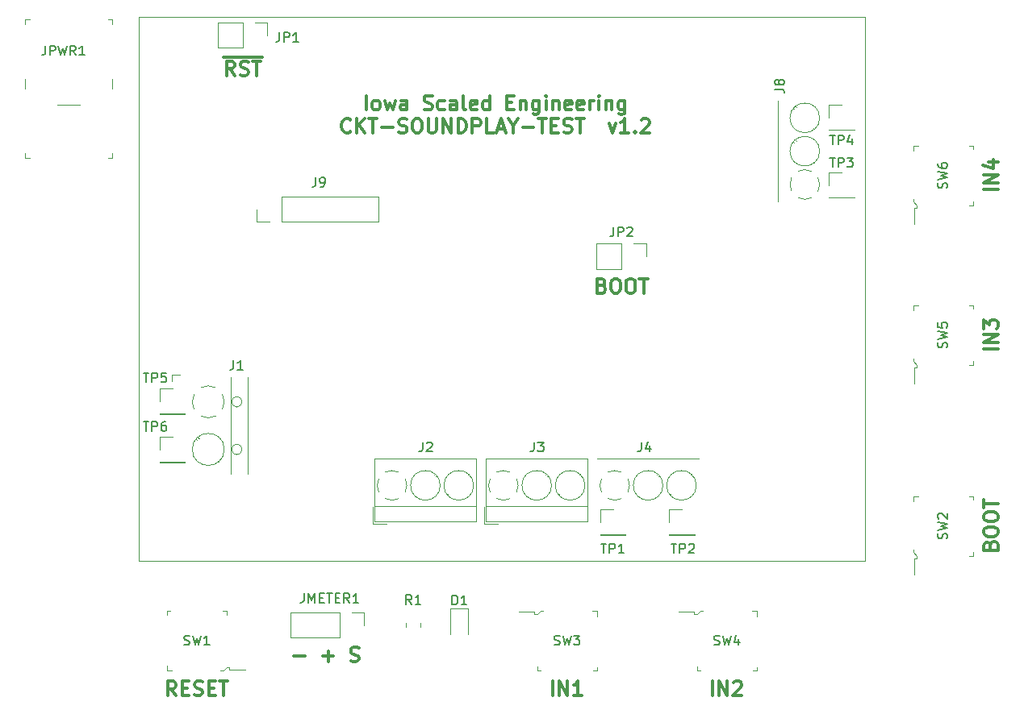
<source format=gto>
G04 #@! TF.GenerationSoftware,KiCad,Pcbnew,6.0.2+dfsg-1*
G04 #@! TF.CreationDate,2023-08-12T13:44:09-06:00*
G04 #@! TF.ProjectId,ckt-soundplay-test,636b742d-736f-4756-9e64-706c61792d74,rev?*
G04 #@! TF.SameCoordinates,Original*
G04 #@! TF.FileFunction,Legend,Top*
G04 #@! TF.FilePolarity,Positive*
%FSLAX46Y46*%
G04 Gerber Fmt 4.6, Leading zero omitted, Abs format (unit mm)*
G04 Created by KiCad (PCBNEW 6.0.2+dfsg-1) date 2023-08-12 13:44:09*
%MOMM*%
%LPD*%
G01*
G04 APERTURE LIST*
%ADD10C,0.100000*%
%ADD11C,0.300000*%
%ADD12C,0.150000*%
%ADD13C,0.120000*%
G04 APERTURE END LIST*
D10*
X101600000Y-44450000D02*
X177800000Y-44450000D01*
X177800000Y-44450000D02*
X177800000Y-101600000D01*
X177800000Y-101600000D02*
X101600000Y-101600000D01*
X101600000Y-101600000D02*
X101600000Y-44450000D01*
D11*
X150237285Y-72663857D02*
X150451571Y-72735285D01*
X150523000Y-72806714D01*
X150594428Y-72949571D01*
X150594428Y-73163857D01*
X150523000Y-73306714D01*
X150451571Y-73378142D01*
X150308714Y-73449571D01*
X149737285Y-73449571D01*
X149737285Y-71949571D01*
X150237285Y-71949571D01*
X150380142Y-72021000D01*
X150451571Y-72092428D01*
X150523000Y-72235285D01*
X150523000Y-72378142D01*
X150451571Y-72521000D01*
X150380142Y-72592428D01*
X150237285Y-72663857D01*
X149737285Y-72663857D01*
X151523000Y-71949571D02*
X151808714Y-71949571D01*
X151951571Y-72021000D01*
X152094428Y-72163857D01*
X152165857Y-72449571D01*
X152165857Y-72949571D01*
X152094428Y-73235285D01*
X151951571Y-73378142D01*
X151808714Y-73449571D01*
X151523000Y-73449571D01*
X151380142Y-73378142D01*
X151237285Y-73235285D01*
X151165857Y-72949571D01*
X151165857Y-72449571D01*
X151237285Y-72163857D01*
X151380142Y-72021000D01*
X151523000Y-71949571D01*
X153094428Y-71949571D02*
X153380142Y-71949571D01*
X153523000Y-72021000D01*
X153665857Y-72163857D01*
X153737285Y-72449571D01*
X153737285Y-72949571D01*
X153665857Y-73235285D01*
X153523000Y-73378142D01*
X153380142Y-73449571D01*
X153094428Y-73449571D01*
X152951571Y-73378142D01*
X152808714Y-73235285D01*
X152737285Y-72949571D01*
X152737285Y-72449571D01*
X152808714Y-72163857D01*
X152951571Y-72021000D01*
X153094428Y-71949571D01*
X154165857Y-71949571D02*
X155023000Y-71949571D01*
X154594428Y-73449571D02*
X154594428Y-71949571D01*
X145058000Y-115740571D02*
X145058000Y-114240571D01*
X145772285Y-115740571D02*
X145772285Y-114240571D01*
X146629428Y-115740571D01*
X146629428Y-114240571D01*
X148129428Y-115740571D02*
X147272285Y-115740571D01*
X147700857Y-115740571D02*
X147700857Y-114240571D01*
X147558000Y-114454857D01*
X147415142Y-114597714D01*
X147272285Y-114669142D01*
X191777571Y-62587000D02*
X190277571Y-62587000D01*
X191777571Y-61872714D02*
X190277571Y-61872714D01*
X191777571Y-61015571D01*
X190277571Y-61015571D01*
X190777571Y-59658428D02*
X191777571Y-59658428D01*
X190206142Y-60015571D02*
X191277571Y-60372714D01*
X191277571Y-59444142D01*
X125493571Y-54208071D02*
X125493571Y-52708071D01*
X126422142Y-54208071D02*
X126279285Y-54136642D01*
X126207857Y-54065214D01*
X126136428Y-53922357D01*
X126136428Y-53493785D01*
X126207857Y-53350928D01*
X126279285Y-53279500D01*
X126422142Y-53208071D01*
X126636428Y-53208071D01*
X126779285Y-53279500D01*
X126850714Y-53350928D01*
X126922142Y-53493785D01*
X126922142Y-53922357D01*
X126850714Y-54065214D01*
X126779285Y-54136642D01*
X126636428Y-54208071D01*
X126422142Y-54208071D01*
X127422142Y-53208071D02*
X127707857Y-54208071D01*
X127993571Y-53493785D01*
X128279285Y-54208071D01*
X128565000Y-53208071D01*
X129779285Y-54208071D02*
X129779285Y-53422357D01*
X129707857Y-53279500D01*
X129565000Y-53208071D01*
X129279285Y-53208071D01*
X129136428Y-53279500D01*
X129779285Y-54136642D02*
X129636428Y-54208071D01*
X129279285Y-54208071D01*
X129136428Y-54136642D01*
X129065000Y-53993785D01*
X129065000Y-53850928D01*
X129136428Y-53708071D01*
X129279285Y-53636642D01*
X129636428Y-53636642D01*
X129779285Y-53565214D01*
X131565000Y-54136642D02*
X131779285Y-54208071D01*
X132136428Y-54208071D01*
X132279285Y-54136642D01*
X132350714Y-54065214D01*
X132422142Y-53922357D01*
X132422142Y-53779500D01*
X132350714Y-53636642D01*
X132279285Y-53565214D01*
X132136428Y-53493785D01*
X131850714Y-53422357D01*
X131707857Y-53350928D01*
X131636428Y-53279500D01*
X131565000Y-53136642D01*
X131565000Y-52993785D01*
X131636428Y-52850928D01*
X131707857Y-52779500D01*
X131850714Y-52708071D01*
X132207857Y-52708071D01*
X132422142Y-52779500D01*
X133707857Y-54136642D02*
X133565000Y-54208071D01*
X133279285Y-54208071D01*
X133136428Y-54136642D01*
X133065000Y-54065214D01*
X132993571Y-53922357D01*
X132993571Y-53493785D01*
X133065000Y-53350928D01*
X133136428Y-53279500D01*
X133279285Y-53208071D01*
X133565000Y-53208071D01*
X133707857Y-53279500D01*
X134993571Y-54208071D02*
X134993571Y-53422357D01*
X134922142Y-53279500D01*
X134779285Y-53208071D01*
X134493571Y-53208071D01*
X134350714Y-53279500D01*
X134993571Y-54136642D02*
X134850714Y-54208071D01*
X134493571Y-54208071D01*
X134350714Y-54136642D01*
X134279285Y-53993785D01*
X134279285Y-53850928D01*
X134350714Y-53708071D01*
X134493571Y-53636642D01*
X134850714Y-53636642D01*
X134993571Y-53565214D01*
X135922142Y-54208071D02*
X135779285Y-54136642D01*
X135707857Y-53993785D01*
X135707857Y-52708071D01*
X137065000Y-54136642D02*
X136922142Y-54208071D01*
X136636428Y-54208071D01*
X136493571Y-54136642D01*
X136422142Y-53993785D01*
X136422142Y-53422357D01*
X136493571Y-53279500D01*
X136636428Y-53208071D01*
X136922142Y-53208071D01*
X137065000Y-53279500D01*
X137136428Y-53422357D01*
X137136428Y-53565214D01*
X136422142Y-53708071D01*
X138422142Y-54208071D02*
X138422142Y-52708071D01*
X138422142Y-54136642D02*
X138279285Y-54208071D01*
X137993571Y-54208071D01*
X137850714Y-54136642D01*
X137779285Y-54065214D01*
X137707857Y-53922357D01*
X137707857Y-53493785D01*
X137779285Y-53350928D01*
X137850714Y-53279500D01*
X137993571Y-53208071D01*
X138279285Y-53208071D01*
X138422142Y-53279500D01*
X140279285Y-53422357D02*
X140779285Y-53422357D01*
X140993571Y-54208071D02*
X140279285Y-54208071D01*
X140279285Y-52708071D01*
X140993571Y-52708071D01*
X141636428Y-53208071D02*
X141636428Y-54208071D01*
X141636428Y-53350928D02*
X141707857Y-53279500D01*
X141850714Y-53208071D01*
X142065000Y-53208071D01*
X142207857Y-53279500D01*
X142279285Y-53422357D01*
X142279285Y-54208071D01*
X143636428Y-53208071D02*
X143636428Y-54422357D01*
X143565000Y-54565214D01*
X143493571Y-54636642D01*
X143350714Y-54708071D01*
X143136428Y-54708071D01*
X142993571Y-54636642D01*
X143636428Y-54136642D02*
X143493571Y-54208071D01*
X143207857Y-54208071D01*
X143065000Y-54136642D01*
X142993571Y-54065214D01*
X142922142Y-53922357D01*
X142922142Y-53493785D01*
X142993571Y-53350928D01*
X143065000Y-53279500D01*
X143207857Y-53208071D01*
X143493571Y-53208071D01*
X143636428Y-53279500D01*
X144350714Y-54208071D02*
X144350714Y-53208071D01*
X144350714Y-52708071D02*
X144279285Y-52779500D01*
X144350714Y-52850928D01*
X144422142Y-52779500D01*
X144350714Y-52708071D01*
X144350714Y-52850928D01*
X145065000Y-53208071D02*
X145065000Y-54208071D01*
X145065000Y-53350928D02*
X145136428Y-53279500D01*
X145279285Y-53208071D01*
X145493571Y-53208071D01*
X145636428Y-53279500D01*
X145707857Y-53422357D01*
X145707857Y-54208071D01*
X146993571Y-54136642D02*
X146850714Y-54208071D01*
X146565000Y-54208071D01*
X146422142Y-54136642D01*
X146350714Y-53993785D01*
X146350714Y-53422357D01*
X146422142Y-53279500D01*
X146565000Y-53208071D01*
X146850714Y-53208071D01*
X146993571Y-53279500D01*
X147065000Y-53422357D01*
X147065000Y-53565214D01*
X146350714Y-53708071D01*
X148279285Y-54136642D02*
X148136428Y-54208071D01*
X147850714Y-54208071D01*
X147707857Y-54136642D01*
X147636428Y-53993785D01*
X147636428Y-53422357D01*
X147707857Y-53279500D01*
X147850714Y-53208071D01*
X148136428Y-53208071D01*
X148279285Y-53279500D01*
X148350714Y-53422357D01*
X148350714Y-53565214D01*
X147636428Y-53708071D01*
X148993571Y-54208071D02*
X148993571Y-53208071D01*
X148993571Y-53493785D02*
X149065000Y-53350928D01*
X149136428Y-53279500D01*
X149279285Y-53208071D01*
X149422142Y-53208071D01*
X149922142Y-54208071D02*
X149922142Y-53208071D01*
X149922142Y-52708071D02*
X149850714Y-52779500D01*
X149922142Y-52850928D01*
X149993571Y-52779500D01*
X149922142Y-52708071D01*
X149922142Y-52850928D01*
X150636428Y-53208071D02*
X150636428Y-54208071D01*
X150636428Y-53350928D02*
X150707857Y-53279500D01*
X150850714Y-53208071D01*
X151065000Y-53208071D01*
X151207857Y-53279500D01*
X151279285Y-53422357D01*
X151279285Y-54208071D01*
X152636428Y-53208071D02*
X152636428Y-54422357D01*
X152565000Y-54565214D01*
X152493571Y-54636642D01*
X152350714Y-54708071D01*
X152136428Y-54708071D01*
X151993571Y-54636642D01*
X152636428Y-54136642D02*
X152493571Y-54208071D01*
X152207857Y-54208071D01*
X152065000Y-54136642D01*
X151993571Y-54065214D01*
X151922142Y-53922357D01*
X151922142Y-53493785D01*
X151993571Y-53350928D01*
X152065000Y-53279500D01*
X152207857Y-53208071D01*
X152493571Y-53208071D01*
X152636428Y-53279500D01*
X123850714Y-56480214D02*
X123779285Y-56551642D01*
X123565000Y-56623071D01*
X123422142Y-56623071D01*
X123207857Y-56551642D01*
X123065000Y-56408785D01*
X122993571Y-56265928D01*
X122922142Y-55980214D01*
X122922142Y-55765928D01*
X122993571Y-55480214D01*
X123065000Y-55337357D01*
X123207857Y-55194500D01*
X123422142Y-55123071D01*
X123565000Y-55123071D01*
X123779285Y-55194500D01*
X123850714Y-55265928D01*
X124493571Y-56623071D02*
X124493571Y-55123071D01*
X125350714Y-56623071D02*
X124707857Y-55765928D01*
X125350714Y-55123071D02*
X124493571Y-55980214D01*
X125779285Y-55123071D02*
X126636428Y-55123071D01*
X126207857Y-56623071D02*
X126207857Y-55123071D01*
X127136428Y-56051642D02*
X128279285Y-56051642D01*
X128922142Y-56551642D02*
X129136428Y-56623071D01*
X129493571Y-56623071D01*
X129636428Y-56551642D01*
X129707857Y-56480214D01*
X129779285Y-56337357D01*
X129779285Y-56194500D01*
X129707857Y-56051642D01*
X129636428Y-55980214D01*
X129493571Y-55908785D01*
X129207857Y-55837357D01*
X129065000Y-55765928D01*
X128993571Y-55694500D01*
X128922142Y-55551642D01*
X128922142Y-55408785D01*
X128993571Y-55265928D01*
X129065000Y-55194500D01*
X129207857Y-55123071D01*
X129565000Y-55123071D01*
X129779285Y-55194500D01*
X130707857Y-55123071D02*
X130993571Y-55123071D01*
X131136428Y-55194500D01*
X131279285Y-55337357D01*
X131350714Y-55623071D01*
X131350714Y-56123071D01*
X131279285Y-56408785D01*
X131136428Y-56551642D01*
X130993571Y-56623071D01*
X130707857Y-56623071D01*
X130565000Y-56551642D01*
X130422142Y-56408785D01*
X130350714Y-56123071D01*
X130350714Y-55623071D01*
X130422142Y-55337357D01*
X130565000Y-55194500D01*
X130707857Y-55123071D01*
X131993571Y-55123071D02*
X131993571Y-56337357D01*
X132065000Y-56480214D01*
X132136428Y-56551642D01*
X132279285Y-56623071D01*
X132565000Y-56623071D01*
X132707857Y-56551642D01*
X132779285Y-56480214D01*
X132850714Y-56337357D01*
X132850714Y-55123071D01*
X133565000Y-56623071D02*
X133565000Y-55123071D01*
X134422142Y-56623071D01*
X134422142Y-55123071D01*
X135136428Y-56623071D02*
X135136428Y-55123071D01*
X135493571Y-55123071D01*
X135707857Y-55194500D01*
X135850714Y-55337357D01*
X135922142Y-55480214D01*
X135993571Y-55765928D01*
X135993571Y-55980214D01*
X135922142Y-56265928D01*
X135850714Y-56408785D01*
X135707857Y-56551642D01*
X135493571Y-56623071D01*
X135136428Y-56623071D01*
X136636428Y-56623071D02*
X136636428Y-55123071D01*
X137207857Y-55123071D01*
X137350714Y-55194500D01*
X137422142Y-55265928D01*
X137493571Y-55408785D01*
X137493571Y-55623071D01*
X137422142Y-55765928D01*
X137350714Y-55837357D01*
X137207857Y-55908785D01*
X136636428Y-55908785D01*
X138850714Y-56623071D02*
X138136428Y-56623071D01*
X138136428Y-55123071D01*
X139279285Y-56194500D02*
X139993571Y-56194500D01*
X139136428Y-56623071D02*
X139636428Y-55123071D01*
X140136428Y-56623071D01*
X140922142Y-55908785D02*
X140922142Y-56623071D01*
X140422142Y-55123071D02*
X140922142Y-55908785D01*
X141422142Y-55123071D01*
X141922142Y-56051642D02*
X143065000Y-56051642D01*
X143565000Y-55123071D02*
X144422142Y-55123071D01*
X143993571Y-56623071D02*
X143993571Y-55123071D01*
X144922142Y-55837357D02*
X145422142Y-55837357D01*
X145636428Y-56623071D02*
X144922142Y-56623071D01*
X144922142Y-55123071D01*
X145636428Y-55123071D01*
X146207857Y-56551642D02*
X146422142Y-56623071D01*
X146779285Y-56623071D01*
X146922142Y-56551642D01*
X146993571Y-56480214D01*
X147065000Y-56337357D01*
X147065000Y-56194500D01*
X146993571Y-56051642D01*
X146922142Y-55980214D01*
X146779285Y-55908785D01*
X146493571Y-55837357D01*
X146350714Y-55765928D01*
X146279285Y-55694500D01*
X146207857Y-55551642D01*
X146207857Y-55408785D01*
X146279285Y-55265928D01*
X146350714Y-55194500D01*
X146493571Y-55123071D01*
X146850714Y-55123071D01*
X147065000Y-55194500D01*
X147493571Y-55123071D02*
X148350714Y-55123071D01*
X147922142Y-56623071D02*
X147922142Y-55123071D01*
X150993571Y-55623071D02*
X151350714Y-56623071D01*
X151707857Y-55623071D01*
X153065000Y-56623071D02*
X152207857Y-56623071D01*
X152636428Y-56623071D02*
X152636428Y-55123071D01*
X152493571Y-55337357D01*
X152350714Y-55480214D01*
X152207857Y-55551642D01*
X153707857Y-56480214D02*
X153779285Y-56551642D01*
X153707857Y-56623071D01*
X153636428Y-56551642D01*
X153707857Y-56480214D01*
X153707857Y-56623071D01*
X154350714Y-55265928D02*
X154422142Y-55194500D01*
X154565000Y-55123071D01*
X154922142Y-55123071D01*
X155065000Y-55194500D01*
X155136428Y-55265928D01*
X155207857Y-55408785D01*
X155207857Y-55551642D01*
X155136428Y-55765928D01*
X154279285Y-56623071D01*
X155207857Y-56623071D01*
X117927857Y-111613142D02*
X119070714Y-111613142D01*
X120927857Y-111613142D02*
X122070714Y-111613142D01*
X121499285Y-112184571D02*
X121499285Y-111041714D01*
X123856428Y-112113142D02*
X124070714Y-112184571D01*
X124427857Y-112184571D01*
X124570714Y-112113142D01*
X124642142Y-112041714D01*
X124713571Y-111898857D01*
X124713571Y-111756000D01*
X124642142Y-111613142D01*
X124570714Y-111541714D01*
X124427857Y-111470285D01*
X124142142Y-111398857D01*
X123999285Y-111327428D01*
X123927857Y-111256000D01*
X123856428Y-111113142D01*
X123856428Y-110970285D01*
X123927857Y-110827428D01*
X123999285Y-110756000D01*
X124142142Y-110684571D01*
X124499285Y-110684571D01*
X124713571Y-110756000D01*
X190991857Y-99952714D02*
X191063285Y-99738428D01*
X191134714Y-99667000D01*
X191277571Y-99595571D01*
X191491857Y-99595571D01*
X191634714Y-99667000D01*
X191706142Y-99738428D01*
X191777571Y-99881285D01*
X191777571Y-100452714D01*
X190277571Y-100452714D01*
X190277571Y-99952714D01*
X190349000Y-99809857D01*
X190420428Y-99738428D01*
X190563285Y-99667000D01*
X190706142Y-99667000D01*
X190849000Y-99738428D01*
X190920428Y-99809857D01*
X190991857Y-99952714D01*
X190991857Y-100452714D01*
X190277571Y-98667000D02*
X190277571Y-98381285D01*
X190349000Y-98238428D01*
X190491857Y-98095571D01*
X190777571Y-98024142D01*
X191277571Y-98024142D01*
X191563285Y-98095571D01*
X191706142Y-98238428D01*
X191777571Y-98381285D01*
X191777571Y-98667000D01*
X191706142Y-98809857D01*
X191563285Y-98952714D01*
X191277571Y-99024142D01*
X190777571Y-99024142D01*
X190491857Y-98952714D01*
X190349000Y-98809857D01*
X190277571Y-98667000D01*
X190277571Y-97095571D02*
X190277571Y-96809857D01*
X190349000Y-96667000D01*
X190491857Y-96524142D01*
X190777571Y-96452714D01*
X191277571Y-96452714D01*
X191563285Y-96524142D01*
X191706142Y-96667000D01*
X191777571Y-96809857D01*
X191777571Y-97095571D01*
X191706142Y-97238428D01*
X191563285Y-97381285D01*
X191277571Y-97452714D01*
X190777571Y-97452714D01*
X190491857Y-97381285D01*
X190349000Y-97238428D01*
X190277571Y-97095571D01*
X190277571Y-96024142D02*
X190277571Y-95167000D01*
X191777571Y-95595571D02*
X190277571Y-95595571D01*
X105539428Y-115740571D02*
X105039428Y-115026285D01*
X104682285Y-115740571D02*
X104682285Y-114240571D01*
X105253714Y-114240571D01*
X105396571Y-114312000D01*
X105468000Y-114383428D01*
X105539428Y-114526285D01*
X105539428Y-114740571D01*
X105468000Y-114883428D01*
X105396571Y-114954857D01*
X105253714Y-115026285D01*
X104682285Y-115026285D01*
X106182285Y-114954857D02*
X106682285Y-114954857D01*
X106896571Y-115740571D02*
X106182285Y-115740571D01*
X106182285Y-114240571D01*
X106896571Y-114240571D01*
X107468000Y-115669142D02*
X107682285Y-115740571D01*
X108039428Y-115740571D01*
X108182285Y-115669142D01*
X108253714Y-115597714D01*
X108325142Y-115454857D01*
X108325142Y-115312000D01*
X108253714Y-115169142D01*
X108182285Y-115097714D01*
X108039428Y-115026285D01*
X107753714Y-114954857D01*
X107610857Y-114883428D01*
X107539428Y-114812000D01*
X107468000Y-114669142D01*
X107468000Y-114526285D01*
X107539428Y-114383428D01*
X107610857Y-114312000D01*
X107753714Y-114240571D01*
X108110857Y-114240571D01*
X108325142Y-114312000D01*
X108968000Y-114954857D02*
X109468000Y-114954857D01*
X109682285Y-115740571D02*
X108968000Y-115740571D01*
X108968000Y-114240571D01*
X109682285Y-114240571D01*
X110110857Y-114240571D02*
X110968000Y-114240571D01*
X110539428Y-115740571D02*
X110539428Y-114240571D01*
X161822000Y-115740571D02*
X161822000Y-114240571D01*
X162536285Y-115740571D02*
X162536285Y-114240571D01*
X163393428Y-115740571D01*
X163393428Y-114240571D01*
X164036285Y-114383428D02*
X164107714Y-114312000D01*
X164250571Y-114240571D01*
X164607714Y-114240571D01*
X164750571Y-114312000D01*
X164822000Y-114383428D01*
X164893428Y-114526285D01*
X164893428Y-114669142D01*
X164822000Y-114883428D01*
X163964857Y-115740571D01*
X164893428Y-115740571D01*
X110486285Y-48666000D02*
X111986285Y-48666000D01*
X111700571Y-50589571D02*
X111200571Y-49875285D01*
X110843428Y-50589571D02*
X110843428Y-49089571D01*
X111414857Y-49089571D01*
X111557714Y-49161000D01*
X111629142Y-49232428D01*
X111700571Y-49375285D01*
X111700571Y-49589571D01*
X111629142Y-49732428D01*
X111557714Y-49803857D01*
X111414857Y-49875285D01*
X110843428Y-49875285D01*
X111986285Y-48666000D02*
X113414857Y-48666000D01*
X112272000Y-50518142D02*
X112486285Y-50589571D01*
X112843428Y-50589571D01*
X112986285Y-50518142D01*
X113057714Y-50446714D01*
X113129142Y-50303857D01*
X113129142Y-50161000D01*
X113057714Y-50018142D01*
X112986285Y-49946714D01*
X112843428Y-49875285D01*
X112557714Y-49803857D01*
X112414857Y-49732428D01*
X112343428Y-49661000D01*
X112272000Y-49518142D01*
X112272000Y-49375285D01*
X112343428Y-49232428D01*
X112414857Y-49161000D01*
X112557714Y-49089571D01*
X112914857Y-49089571D01*
X113129142Y-49161000D01*
X113414857Y-48666000D02*
X114557714Y-48666000D01*
X113557714Y-49089571D02*
X114414857Y-49089571D01*
X113986285Y-50589571D02*
X113986285Y-49089571D01*
X191777571Y-79351000D02*
X190277571Y-79351000D01*
X191777571Y-78636714D02*
X190277571Y-78636714D01*
X191777571Y-77779571D01*
X190277571Y-77779571D01*
X190277571Y-77208142D02*
X190277571Y-76279571D01*
X190849000Y-76779571D01*
X190849000Y-76565285D01*
X190920428Y-76422428D01*
X190991857Y-76351000D01*
X191134714Y-76279571D01*
X191491857Y-76279571D01*
X191634714Y-76351000D01*
X191706142Y-76422428D01*
X191777571Y-76565285D01*
X191777571Y-76993857D01*
X191706142Y-77136714D01*
X191634714Y-77208142D01*
D12*
X111553666Y-80518380D02*
X111553666Y-81232666D01*
X111506047Y-81375523D01*
X111410809Y-81470761D01*
X111267952Y-81518380D01*
X111172714Y-81518380D01*
X112553666Y-81518380D02*
X111982238Y-81518380D01*
X112267952Y-81518380D02*
X112267952Y-80518380D01*
X112172714Y-80661238D01*
X112077476Y-80756476D01*
X111982238Y-80804095D01*
X186423761Y-99250333D02*
X186471380Y-99107476D01*
X186471380Y-98869380D01*
X186423761Y-98774142D01*
X186376142Y-98726523D01*
X186280904Y-98678904D01*
X186185666Y-98678904D01*
X186090428Y-98726523D01*
X186042809Y-98774142D01*
X185995190Y-98869380D01*
X185947571Y-99059857D01*
X185899952Y-99155095D01*
X185852333Y-99202714D01*
X185757095Y-99250333D01*
X185661857Y-99250333D01*
X185566619Y-99202714D01*
X185519000Y-99155095D01*
X185471380Y-99059857D01*
X185471380Y-98821761D01*
X185519000Y-98678904D01*
X185471380Y-98345571D02*
X186471380Y-98107476D01*
X185757095Y-97917000D01*
X186471380Y-97726523D01*
X185471380Y-97488428D01*
X185566619Y-97155095D02*
X185519000Y-97107476D01*
X185471380Y-97012238D01*
X185471380Y-96774142D01*
X185519000Y-96678904D01*
X185566619Y-96631285D01*
X185661857Y-96583666D01*
X185757095Y-96583666D01*
X185899952Y-96631285D01*
X186471380Y-97202714D01*
X186471380Y-96583666D01*
X145224666Y-110386761D02*
X145367523Y-110434380D01*
X145605619Y-110434380D01*
X145700857Y-110386761D01*
X145748476Y-110339142D01*
X145796095Y-110243904D01*
X145796095Y-110148666D01*
X145748476Y-110053428D01*
X145700857Y-110005809D01*
X145605619Y-109958190D01*
X145415142Y-109910571D01*
X145319904Y-109862952D01*
X145272285Y-109815333D01*
X145224666Y-109720095D01*
X145224666Y-109624857D01*
X145272285Y-109529619D01*
X145319904Y-109482000D01*
X145415142Y-109434380D01*
X145653238Y-109434380D01*
X145796095Y-109482000D01*
X146129428Y-109434380D02*
X146367523Y-110434380D01*
X146558000Y-109720095D01*
X146748476Y-110434380D01*
X146986571Y-109434380D01*
X147272285Y-109434380D02*
X147891333Y-109434380D01*
X147558000Y-109815333D01*
X147700857Y-109815333D01*
X147796095Y-109862952D01*
X147843714Y-109910571D01*
X147891333Y-110005809D01*
X147891333Y-110243904D01*
X147843714Y-110339142D01*
X147796095Y-110386761D01*
X147700857Y-110434380D01*
X147415142Y-110434380D01*
X147319904Y-110386761D01*
X147272285Y-110339142D01*
X131421666Y-89114380D02*
X131421666Y-89828666D01*
X131374047Y-89971523D01*
X131278809Y-90066761D01*
X131135952Y-90114380D01*
X131040714Y-90114380D01*
X131850238Y-89209619D02*
X131897857Y-89162000D01*
X131993095Y-89114380D01*
X132231190Y-89114380D01*
X132326428Y-89162000D01*
X132374047Y-89209619D01*
X132421666Y-89304857D01*
X132421666Y-89400095D01*
X132374047Y-89542952D01*
X131802619Y-90114380D01*
X132421666Y-90114380D01*
X161988666Y-110386761D02*
X162131523Y-110434380D01*
X162369619Y-110434380D01*
X162464857Y-110386761D01*
X162512476Y-110339142D01*
X162560095Y-110243904D01*
X162560095Y-110148666D01*
X162512476Y-110053428D01*
X162464857Y-110005809D01*
X162369619Y-109958190D01*
X162179142Y-109910571D01*
X162083904Y-109862952D01*
X162036285Y-109815333D01*
X161988666Y-109720095D01*
X161988666Y-109624857D01*
X162036285Y-109529619D01*
X162083904Y-109482000D01*
X162179142Y-109434380D01*
X162417238Y-109434380D01*
X162560095Y-109482000D01*
X162893428Y-109434380D02*
X163131523Y-110434380D01*
X163322000Y-109720095D01*
X163512476Y-110434380D01*
X163750571Y-109434380D01*
X164560095Y-109767714D02*
X164560095Y-110434380D01*
X164322000Y-109386761D02*
X164083904Y-110101047D01*
X164702952Y-110101047D01*
X134517654Y-106196380D02*
X134517654Y-105196380D01*
X134755750Y-105196380D01*
X134898607Y-105244000D01*
X134993845Y-105339238D01*
X135041464Y-105434476D01*
X135089083Y-105624952D01*
X135089083Y-105767809D01*
X135041464Y-105958285D01*
X134993845Y-106053523D01*
X134898607Y-106148761D01*
X134755750Y-106196380D01*
X134517654Y-106196380D01*
X136041464Y-106196380D02*
X135470035Y-106196380D01*
X135755750Y-106196380D02*
X135755750Y-105196380D01*
X135660511Y-105339238D01*
X135565273Y-105434476D01*
X135470035Y-105482095D01*
X118975523Y-104989380D02*
X118975523Y-105703666D01*
X118927904Y-105846523D01*
X118832666Y-105941761D01*
X118689809Y-105989380D01*
X118594571Y-105989380D01*
X119451714Y-105989380D02*
X119451714Y-104989380D01*
X119785047Y-105703666D01*
X120118380Y-104989380D01*
X120118380Y-105989380D01*
X120594571Y-105465571D02*
X120927904Y-105465571D01*
X121070761Y-105989380D02*
X120594571Y-105989380D01*
X120594571Y-104989380D01*
X121070761Y-104989380D01*
X121356476Y-104989380D02*
X121927904Y-104989380D01*
X121642190Y-105989380D02*
X121642190Y-104989380D01*
X122261238Y-105465571D02*
X122594571Y-105465571D01*
X122737428Y-105989380D02*
X122261238Y-105989380D01*
X122261238Y-104989380D01*
X122737428Y-104989380D01*
X123737428Y-105989380D02*
X123404095Y-105513190D01*
X123166000Y-105989380D02*
X123166000Y-104989380D01*
X123546952Y-104989380D01*
X123642190Y-105037000D01*
X123689809Y-105084619D01*
X123737428Y-105179857D01*
X123737428Y-105322714D01*
X123689809Y-105417952D01*
X123642190Y-105465571D01*
X123546952Y-105513190D01*
X123166000Y-105513190D01*
X124689809Y-105989380D02*
X124118380Y-105989380D01*
X124404095Y-105989380D02*
X124404095Y-104989380D01*
X124308857Y-105132238D01*
X124213619Y-105227476D01*
X124118380Y-105275095D01*
X174125095Y-56856380D02*
X174696523Y-56856380D01*
X174410809Y-57856380D02*
X174410809Y-56856380D01*
X175029857Y-57856380D02*
X175029857Y-56856380D01*
X175410809Y-56856380D01*
X175506047Y-56904000D01*
X175553666Y-56951619D01*
X175601285Y-57046857D01*
X175601285Y-57189714D01*
X175553666Y-57284952D01*
X175506047Y-57332571D01*
X175410809Y-57380190D01*
X175029857Y-57380190D01*
X176458428Y-57189714D02*
X176458428Y-57856380D01*
X176220333Y-56808761D02*
X175982238Y-57523047D01*
X176601285Y-57523047D01*
X143105666Y-89114380D02*
X143105666Y-89828666D01*
X143058047Y-89971523D01*
X142962809Y-90066761D01*
X142819952Y-90114380D01*
X142724714Y-90114380D01*
X143486619Y-89114380D02*
X144105666Y-89114380D01*
X143772333Y-89495333D01*
X143915190Y-89495333D01*
X144010428Y-89542952D01*
X144058047Y-89590571D01*
X144105666Y-89685809D01*
X144105666Y-89923904D01*
X144058047Y-90019142D01*
X144010428Y-90066761D01*
X143915190Y-90114380D01*
X143629476Y-90114380D01*
X143534238Y-90066761D01*
X143486619Y-90019142D01*
X168362380Y-52022333D02*
X169076666Y-52022333D01*
X169219523Y-52069952D01*
X169314761Y-52165190D01*
X169362380Y-52308047D01*
X169362380Y-52403285D01*
X168790952Y-51403285D02*
X168743333Y-51498523D01*
X168695714Y-51546142D01*
X168600476Y-51593761D01*
X168552857Y-51593761D01*
X168457619Y-51546142D01*
X168410000Y-51498523D01*
X168362380Y-51403285D01*
X168362380Y-51212809D01*
X168410000Y-51117571D01*
X168457619Y-51069952D01*
X168552857Y-51022333D01*
X168600476Y-51022333D01*
X168695714Y-51069952D01*
X168743333Y-51117571D01*
X168790952Y-51212809D01*
X168790952Y-51403285D01*
X168838571Y-51498523D01*
X168886190Y-51546142D01*
X168981428Y-51593761D01*
X169171904Y-51593761D01*
X169267142Y-51546142D01*
X169314761Y-51498523D01*
X169362380Y-51403285D01*
X169362380Y-51212809D01*
X169314761Y-51117571D01*
X169267142Y-51069952D01*
X169171904Y-51022333D01*
X168981428Y-51022333D01*
X168886190Y-51069952D01*
X168838571Y-51117571D01*
X168790952Y-51212809D01*
X186423761Y-79184333D02*
X186471380Y-79041476D01*
X186471380Y-78803380D01*
X186423761Y-78708142D01*
X186376142Y-78660523D01*
X186280904Y-78612904D01*
X186185666Y-78612904D01*
X186090428Y-78660523D01*
X186042809Y-78708142D01*
X185995190Y-78803380D01*
X185947571Y-78993857D01*
X185899952Y-79089095D01*
X185852333Y-79136714D01*
X185757095Y-79184333D01*
X185661857Y-79184333D01*
X185566619Y-79136714D01*
X185519000Y-79089095D01*
X185471380Y-78993857D01*
X185471380Y-78755761D01*
X185519000Y-78612904D01*
X185471380Y-78279571D02*
X186471380Y-78041476D01*
X185757095Y-77851000D01*
X186471380Y-77660523D01*
X185471380Y-77422428D01*
X185471380Y-76565285D02*
X185471380Y-77041476D01*
X185947571Y-77089095D01*
X185899952Y-77041476D01*
X185852333Y-76946238D01*
X185852333Y-76708142D01*
X185899952Y-76612904D01*
X185947571Y-76565285D01*
X186042809Y-76517666D01*
X186280904Y-76517666D01*
X186376142Y-76565285D01*
X186423761Y-76612904D01*
X186471380Y-76708142D01*
X186471380Y-76946238D01*
X186423761Y-77041476D01*
X186376142Y-77089095D01*
X116387666Y-46061380D02*
X116387666Y-46775666D01*
X116340047Y-46918523D01*
X116244809Y-47013761D01*
X116101952Y-47061380D01*
X116006714Y-47061380D01*
X116863857Y-47061380D02*
X116863857Y-46061380D01*
X117244809Y-46061380D01*
X117340047Y-46109000D01*
X117387666Y-46156619D01*
X117435285Y-46251857D01*
X117435285Y-46394714D01*
X117387666Y-46489952D01*
X117340047Y-46537571D01*
X117244809Y-46585190D01*
X116863857Y-46585190D01*
X118387666Y-47061380D02*
X117816238Y-47061380D01*
X118101952Y-47061380D02*
X118101952Y-46061380D01*
X118006714Y-46204238D01*
X117911476Y-46299476D01*
X117816238Y-46347095D01*
X151439666Y-66508380D02*
X151439666Y-67222666D01*
X151392047Y-67365523D01*
X151296809Y-67460761D01*
X151153952Y-67508380D01*
X151058714Y-67508380D01*
X151915857Y-67508380D02*
X151915857Y-66508380D01*
X152296809Y-66508380D01*
X152392047Y-66556000D01*
X152439666Y-66603619D01*
X152487285Y-66698857D01*
X152487285Y-66841714D01*
X152439666Y-66936952D01*
X152392047Y-66984571D01*
X152296809Y-67032190D01*
X151915857Y-67032190D01*
X152868238Y-66603619D02*
X152915857Y-66556000D01*
X153011095Y-66508380D01*
X153249190Y-66508380D01*
X153344428Y-66556000D01*
X153392047Y-66603619D01*
X153439666Y-66698857D01*
X153439666Y-66794095D01*
X153392047Y-66936952D01*
X152820619Y-67508380D01*
X153439666Y-67508380D01*
X102116095Y-81828380D02*
X102687523Y-81828380D01*
X102401809Y-82828380D02*
X102401809Y-81828380D01*
X103020857Y-82828380D02*
X103020857Y-81828380D01*
X103401809Y-81828380D01*
X103497047Y-81876000D01*
X103544666Y-81923619D01*
X103592285Y-82018857D01*
X103592285Y-82161714D01*
X103544666Y-82256952D01*
X103497047Y-82304571D01*
X103401809Y-82352190D01*
X103020857Y-82352190D01*
X104497047Y-81828380D02*
X104020857Y-81828380D01*
X103973238Y-82304571D01*
X104020857Y-82256952D01*
X104116095Y-82209333D01*
X104354190Y-82209333D01*
X104449428Y-82256952D01*
X104497047Y-82304571D01*
X104544666Y-82399809D01*
X104544666Y-82637904D01*
X104497047Y-82733142D01*
X104449428Y-82780761D01*
X104354190Y-82828380D01*
X104116095Y-82828380D01*
X104020857Y-82780761D01*
X103973238Y-82733142D01*
X130263083Y-106153880D02*
X129929750Y-105677690D01*
X129691654Y-106153880D02*
X129691654Y-105153880D01*
X130072607Y-105153880D01*
X130167845Y-105201500D01*
X130215464Y-105249119D01*
X130263083Y-105344357D01*
X130263083Y-105487214D01*
X130215464Y-105582452D01*
X130167845Y-105630071D01*
X130072607Y-105677690D01*
X129691654Y-105677690D01*
X131215464Y-106153880D02*
X130644035Y-106153880D01*
X130929750Y-106153880D02*
X130929750Y-105153880D01*
X130834511Y-105296738D01*
X130739273Y-105391976D01*
X130644035Y-105439595D01*
X150122095Y-99782380D02*
X150693523Y-99782380D01*
X150407809Y-100782380D02*
X150407809Y-99782380D01*
X151026857Y-100782380D02*
X151026857Y-99782380D01*
X151407809Y-99782380D01*
X151503047Y-99830000D01*
X151550666Y-99877619D01*
X151598285Y-99972857D01*
X151598285Y-100115714D01*
X151550666Y-100210952D01*
X151503047Y-100258571D01*
X151407809Y-100306190D01*
X151026857Y-100306190D01*
X152550666Y-100782380D02*
X151979238Y-100782380D01*
X152264952Y-100782380D02*
X152264952Y-99782380D01*
X152169714Y-99925238D01*
X152074476Y-100020476D01*
X151979238Y-100068095D01*
X157488095Y-99782380D02*
X158059523Y-99782380D01*
X157773809Y-100782380D02*
X157773809Y-99782380D01*
X158392857Y-100782380D02*
X158392857Y-99782380D01*
X158773809Y-99782380D01*
X158869047Y-99830000D01*
X158916666Y-99877619D01*
X158964285Y-99972857D01*
X158964285Y-100115714D01*
X158916666Y-100210952D01*
X158869047Y-100258571D01*
X158773809Y-100306190D01*
X158392857Y-100306190D01*
X159345238Y-99877619D02*
X159392857Y-99830000D01*
X159488095Y-99782380D01*
X159726190Y-99782380D01*
X159821428Y-99830000D01*
X159869047Y-99877619D01*
X159916666Y-99972857D01*
X159916666Y-100068095D01*
X159869047Y-100210952D01*
X159297619Y-100782380D01*
X159916666Y-100782380D01*
X91821238Y-47458380D02*
X91821238Y-48172666D01*
X91773619Y-48315523D01*
X91678380Y-48410761D01*
X91535523Y-48458380D01*
X91440285Y-48458380D01*
X92297428Y-48458380D02*
X92297428Y-47458380D01*
X92678380Y-47458380D01*
X92773619Y-47506000D01*
X92821238Y-47553619D01*
X92868857Y-47648857D01*
X92868857Y-47791714D01*
X92821238Y-47886952D01*
X92773619Y-47934571D01*
X92678380Y-47982190D01*
X92297428Y-47982190D01*
X93202190Y-47458380D02*
X93440285Y-48458380D01*
X93630761Y-47744095D01*
X93821238Y-48458380D01*
X94059333Y-47458380D01*
X95011714Y-48458380D02*
X94678380Y-47982190D01*
X94440285Y-48458380D02*
X94440285Y-47458380D01*
X94821238Y-47458380D01*
X94916476Y-47506000D01*
X94964095Y-47553619D01*
X95011714Y-47648857D01*
X95011714Y-47791714D01*
X94964095Y-47886952D01*
X94916476Y-47934571D01*
X94821238Y-47982190D01*
X94440285Y-47982190D01*
X95964095Y-48458380D02*
X95392666Y-48458380D01*
X95678380Y-48458380D02*
X95678380Y-47458380D01*
X95583142Y-47601238D01*
X95487904Y-47696476D01*
X95392666Y-47744095D01*
X186423761Y-62420333D02*
X186471380Y-62277476D01*
X186471380Y-62039380D01*
X186423761Y-61944142D01*
X186376142Y-61896523D01*
X186280904Y-61848904D01*
X186185666Y-61848904D01*
X186090428Y-61896523D01*
X186042809Y-61944142D01*
X185995190Y-62039380D01*
X185947571Y-62229857D01*
X185899952Y-62325095D01*
X185852333Y-62372714D01*
X185757095Y-62420333D01*
X185661857Y-62420333D01*
X185566619Y-62372714D01*
X185519000Y-62325095D01*
X185471380Y-62229857D01*
X185471380Y-61991761D01*
X185519000Y-61848904D01*
X185471380Y-61515571D02*
X186471380Y-61277476D01*
X185757095Y-61087000D01*
X186471380Y-60896523D01*
X185471380Y-60658428D01*
X185471380Y-59848904D02*
X185471380Y-60039380D01*
X185519000Y-60134619D01*
X185566619Y-60182238D01*
X185709476Y-60277476D01*
X185899952Y-60325095D01*
X186280904Y-60325095D01*
X186376142Y-60277476D01*
X186423761Y-60229857D01*
X186471380Y-60134619D01*
X186471380Y-59944142D01*
X186423761Y-59848904D01*
X186376142Y-59801285D01*
X186280904Y-59753666D01*
X186042809Y-59753666D01*
X185947571Y-59801285D01*
X185899952Y-59848904D01*
X185852333Y-59944142D01*
X185852333Y-60134619D01*
X185899952Y-60229857D01*
X185947571Y-60277476D01*
X186042809Y-60325095D01*
X174125102Y-59225380D02*
X174696530Y-59225380D01*
X174410816Y-60225380D02*
X174410816Y-59225380D01*
X175029864Y-60225380D02*
X175029864Y-59225380D01*
X175410816Y-59225380D01*
X175506054Y-59273000D01*
X175553673Y-59320619D01*
X175601292Y-59415857D01*
X175601292Y-59558714D01*
X175553673Y-59653952D01*
X175506054Y-59701571D01*
X175410816Y-59749190D01*
X175029864Y-59749190D01*
X175934626Y-59225380D02*
X176553673Y-59225380D01*
X176220340Y-59606333D01*
X176363197Y-59606333D01*
X176458435Y-59653952D01*
X176506054Y-59701571D01*
X176553673Y-59796809D01*
X176553673Y-60034904D01*
X176506054Y-60130142D01*
X176458435Y-60177761D01*
X176363197Y-60225380D01*
X176077483Y-60225380D01*
X175982245Y-60177761D01*
X175934626Y-60130142D01*
X106384666Y-110386761D02*
X106527523Y-110434380D01*
X106765619Y-110434380D01*
X106860857Y-110386761D01*
X106908476Y-110339142D01*
X106956095Y-110243904D01*
X106956095Y-110148666D01*
X106908476Y-110053428D01*
X106860857Y-110005809D01*
X106765619Y-109958190D01*
X106575142Y-109910571D01*
X106479904Y-109862952D01*
X106432285Y-109815333D01*
X106384666Y-109720095D01*
X106384666Y-109624857D01*
X106432285Y-109529619D01*
X106479904Y-109482000D01*
X106575142Y-109434380D01*
X106813238Y-109434380D01*
X106956095Y-109482000D01*
X107289428Y-109434380D02*
X107527523Y-110434380D01*
X107718000Y-109720095D01*
X107908476Y-110434380D01*
X108146571Y-109434380D01*
X109051333Y-110434380D02*
X108479904Y-110434380D01*
X108765619Y-110434380D02*
X108765619Y-109434380D01*
X108670380Y-109577238D01*
X108575142Y-109672476D01*
X108479904Y-109720095D01*
X102116095Y-86955380D02*
X102687523Y-86955380D01*
X102401809Y-87955380D02*
X102401809Y-86955380D01*
X103020857Y-87955380D02*
X103020857Y-86955380D01*
X103401809Y-86955380D01*
X103497047Y-87003000D01*
X103544666Y-87050619D01*
X103592285Y-87145857D01*
X103592285Y-87288714D01*
X103544666Y-87383952D01*
X103497047Y-87431571D01*
X103401809Y-87479190D01*
X103020857Y-87479190D01*
X104449428Y-86955380D02*
X104258952Y-86955380D01*
X104163714Y-87003000D01*
X104116095Y-87050619D01*
X104020857Y-87193476D01*
X103973238Y-87383952D01*
X103973238Y-87764904D01*
X104020857Y-87860142D01*
X104068476Y-87907761D01*
X104163714Y-87955380D01*
X104354190Y-87955380D01*
X104449428Y-87907761D01*
X104497047Y-87860142D01*
X104544666Y-87764904D01*
X104544666Y-87526809D01*
X104497047Y-87431571D01*
X104449428Y-87383952D01*
X104354190Y-87336333D01*
X104163714Y-87336333D01*
X104068476Y-87383952D01*
X104020857Y-87431571D01*
X103973238Y-87526809D01*
X154352666Y-89114380D02*
X154352666Y-89828666D01*
X154305047Y-89971523D01*
X154209809Y-90066761D01*
X154066952Y-90114380D01*
X153971714Y-90114380D01*
X155257428Y-89447714D02*
X155257428Y-90114380D01*
X155019333Y-89066761D02*
X154781238Y-89781047D01*
X155400285Y-89781047D01*
X120189666Y-61301380D02*
X120189666Y-62015666D01*
X120142047Y-62158523D01*
X120046809Y-62253761D01*
X119903952Y-62301380D01*
X119808714Y-62301380D01*
X120713476Y-62301380D02*
X120903952Y-62301380D01*
X120999190Y-62253761D01*
X121046809Y-62206142D01*
X121142047Y-62063285D01*
X121189666Y-61872809D01*
X121189666Y-61491857D01*
X121142047Y-61396619D01*
X121094428Y-61349000D01*
X120999190Y-61301380D01*
X120808714Y-61301380D01*
X120713476Y-61349000D01*
X120665857Y-61396619D01*
X120618238Y-61491857D01*
X120618238Y-61729952D01*
X120665857Y-61825190D01*
X120713476Y-61872809D01*
X120808714Y-61920428D01*
X120999190Y-61920428D01*
X121094428Y-61872809D01*
X121142047Y-61825190D01*
X121189666Y-61729952D01*
D13*
X109989000Y-91151000D02*
X109896000Y-91057000D01*
X111320000Y-82316000D02*
X111320000Y-92436000D01*
X107704000Y-88866000D02*
X107646000Y-88807000D01*
X105960000Y-82076000D02*
X105120000Y-82076000D01*
X107944000Y-88696000D02*
X107851000Y-88602000D01*
X113080000Y-82316000D02*
X113080000Y-92436000D01*
X110195000Y-90946000D02*
X110136000Y-90887000D01*
X105120000Y-82076000D02*
X105120000Y-82676000D01*
X110404000Y-85665000D02*
G75*
G03*
X110403953Y-84086911I-1483995J789000D01*
G01*
X109709000Y-83392000D02*
G75*
G03*
X108130911Y-83392047I-789000J-1483995D01*
G01*
X108131000Y-86360000D02*
G75*
G03*
X109709089Y-86359953I789000J1483995D01*
G01*
X107436000Y-84087000D02*
G75*
G03*
X107239550Y-84905383I1483995J-788998D01*
G01*
X107240000Y-84876000D02*
G75*
G03*
X107436648Y-85664712I1679991J-2D01*
G01*
X110600000Y-89876000D02*
G75*
G03*
X110600000Y-89876000I-1680000J0D01*
G01*
X112470000Y-89876000D02*
G75*
G03*
X112470000Y-89876000I-550000J0D01*
G01*
X112470000Y-84876000D02*
G75*
G03*
X112470000Y-84876000I-550000J0D01*
G01*
D10*
X189144000Y-100642000D02*
X189144000Y-101042000D01*
X182894000Y-100692000D02*
X182894000Y-100392000D01*
X183219000Y-101342000D02*
X182994000Y-101342000D01*
X182994000Y-101342000D02*
X182994000Y-102992000D01*
X188769000Y-94792000D02*
X189144000Y-94792000D01*
X182894000Y-100692000D02*
X183219000Y-101042000D01*
X182894000Y-94792000D02*
X182894000Y-95292000D01*
X183444000Y-94792000D02*
X182894000Y-94792000D01*
X183219000Y-101042000D02*
X183219000Y-101342000D01*
X189144000Y-94792000D02*
X189144000Y-95167000D01*
X189144000Y-101042000D02*
X188744000Y-101042000D01*
X149683000Y-112732000D02*
X149683000Y-113107000D01*
X143133000Y-107182000D02*
X143133000Y-106957000D01*
X143133000Y-106957000D02*
X141483000Y-106957000D01*
X143783000Y-106857000D02*
X144083000Y-106857000D01*
X149683000Y-107407000D02*
X149683000Y-106857000D01*
X143433000Y-113107000D02*
X143433000Y-112707000D01*
X143833000Y-113107000D02*
X143433000Y-113107000D01*
X143783000Y-106857000D02*
X143433000Y-107182000D01*
X149683000Y-113107000D02*
X149308000Y-113107000D01*
X143433000Y-107182000D02*
X143133000Y-107182000D01*
X149683000Y-106857000D02*
X149183000Y-106857000D01*
D13*
X126389000Y-95857000D02*
X137009000Y-95857000D01*
X137009000Y-90797000D02*
X137009000Y-97417000D01*
X136189000Y-92477000D02*
X136135000Y-92531000D01*
X126389000Y-90797000D02*
X137009000Y-90797000D01*
X126149000Y-95917000D02*
X126149000Y-97657000D01*
X134264000Y-94782000D02*
X134210000Y-94837000D01*
X126389000Y-97417000D02*
X137009000Y-97417000D01*
X134096000Y-94571000D02*
X134020000Y-94647000D01*
X130596000Y-94571000D02*
X130520000Y-94647000D01*
X136379000Y-92667000D02*
X136303000Y-92743000D01*
X130764000Y-94782000D02*
X130710000Y-94837000D01*
X132689000Y-92477000D02*
X132635000Y-92531000D01*
X126149000Y-97657000D02*
X127649000Y-97657000D01*
X126389000Y-90797000D02*
X126389000Y-97417000D01*
X132879000Y-92667000D02*
X132803000Y-92743000D01*
X129585000Y-94364000D02*
G75*
G03*
X129585645Y-92951267I-1386001J706999D01*
G01*
X127492000Y-95043000D02*
G75*
G03*
X128225444Y-95212682I706999J1385995D01*
G01*
X128199000Y-95212000D02*
G75*
G03*
X128904955Y-95042515I-2J1555008D01*
G01*
X128906000Y-92271000D02*
G75*
G03*
X127493267Y-92270355I-706999J-1386001D01*
G01*
X126813000Y-92950000D02*
G75*
G03*
X126812355Y-94362733I1386001J-706999D01*
G01*
X133254000Y-93657000D02*
G75*
G03*
X133254000Y-93657000I-1555000J0D01*
G01*
X136754000Y-93657000D02*
G75*
G03*
X136754000Y-93657000I-1555000J0D01*
G01*
D10*
X159897000Y-106957000D02*
X158247000Y-106957000D01*
X166447000Y-112732000D02*
X166447000Y-113107000D01*
X160597000Y-113107000D02*
X160197000Y-113107000D01*
X160197000Y-113107000D02*
X160197000Y-112707000D01*
X166447000Y-106857000D02*
X165947000Y-106857000D01*
X159897000Y-107182000D02*
X159897000Y-106957000D01*
X166447000Y-113107000D02*
X166072000Y-113107000D01*
X160197000Y-107182000D02*
X159897000Y-107182000D01*
X166447000Y-107407000D02*
X166447000Y-106857000D01*
X160547000Y-106857000D02*
X160847000Y-106857000D01*
X160547000Y-106857000D02*
X160197000Y-107182000D01*
D13*
X134295750Y-106599000D02*
X134295750Y-109284000D01*
X136215750Y-109284000D02*
X136215750Y-106599000D01*
X136215750Y-106599000D02*
X134295750Y-106599000D01*
X123952000Y-107001000D02*
X125282000Y-107001000D01*
X122682000Y-109661000D02*
X117542000Y-109661000D01*
X117542000Y-107001000D02*
X117542000Y-109661000D01*
X125282000Y-107001000D02*
X125282000Y-108331000D01*
X122682000Y-107001000D02*
X122682000Y-109661000D01*
X122682000Y-107001000D02*
X117542000Y-107001000D01*
X174057000Y-54991000D02*
X174057000Y-53661000D01*
X174057000Y-56321000D02*
X176717000Y-56321000D01*
X174057000Y-56261000D02*
X176717000Y-56261000D01*
X174057000Y-53661000D02*
X175387000Y-53661000D01*
X176717000Y-56261000D02*
X176717000Y-56321000D01*
X174057000Y-56261000D02*
X174057000Y-56321000D01*
X138073000Y-95857000D02*
X148693000Y-95857000D01*
X148063000Y-92667000D02*
X147987000Y-92743000D01*
X138073000Y-90797000D02*
X148693000Y-90797000D01*
X148693000Y-90797000D02*
X148693000Y-97417000D01*
X138073000Y-90797000D02*
X138073000Y-97417000D01*
X138073000Y-97417000D02*
X148693000Y-97417000D01*
X142448000Y-94782000D02*
X142394000Y-94837000D01*
X145780000Y-94571000D02*
X145704000Y-94647000D01*
X137833000Y-97657000D02*
X139333000Y-97657000D01*
X144373000Y-92477000D02*
X144319000Y-92531000D01*
X147873000Y-92477000D02*
X147819000Y-92531000D01*
X145948000Y-94782000D02*
X145894000Y-94837000D01*
X142280000Y-94571000D02*
X142204000Y-94647000D01*
X144563000Y-92667000D02*
X144487000Y-92743000D01*
X137833000Y-95917000D02*
X137833000Y-97657000D01*
X138497000Y-92950000D02*
G75*
G03*
X138496355Y-94362733I1386001J-706999D01*
G01*
X139176000Y-95043000D02*
G75*
G03*
X139909444Y-95212682I706999J1385995D01*
G01*
X139883000Y-95212000D02*
G75*
G03*
X140588955Y-95042515I-2J1555008D01*
G01*
X140590000Y-92271000D02*
G75*
G03*
X139177267Y-92270355I-706999J-1386001D01*
G01*
X141269000Y-94364000D02*
G75*
G03*
X141269645Y-92951267I-1386001J706999D01*
G01*
X148438000Y-93657000D02*
G75*
G03*
X148438000Y-93657000I-1555000J0D01*
G01*
X144938000Y-93657000D02*
G75*
G03*
X144938000Y-93657000I-1555000J0D01*
G01*
X172633000Y-55982000D02*
X172688000Y-56036000D01*
X172422000Y-59650000D02*
X172498000Y-59726000D01*
X170328000Y-54057000D02*
X170382000Y-54111000D01*
X172633000Y-59482000D02*
X172688000Y-59536000D01*
X170518000Y-53867000D02*
X170594000Y-53943000D01*
X172422000Y-56150000D02*
X172498000Y-56226000D01*
X170328000Y-57557000D02*
X170382000Y-57611000D01*
X168648000Y-63857000D02*
X168648000Y-53237000D01*
X170518000Y-57367000D02*
X170594000Y-57443000D01*
X172894000Y-62754000D02*
G75*
G03*
X173063682Y-62020556I-1385995J706999D01*
G01*
X172215000Y-60661000D02*
G75*
G03*
X170802267Y-60660355I-706999J-1386001D01*
G01*
X173063000Y-62047000D02*
G75*
G03*
X172893515Y-61341045I-1555008J-2D01*
G01*
X170122000Y-61340000D02*
G75*
G03*
X170121355Y-62752733I1386001J-706999D01*
G01*
X170801000Y-63433000D02*
G75*
G03*
X172213733Y-63433645I706999J1386001D01*
G01*
X173063000Y-55047000D02*
G75*
G03*
X173063000Y-55047000I-1555000J0D01*
G01*
X173063000Y-58547000D02*
G75*
G03*
X173063000Y-58547000I-1555000J0D01*
G01*
D10*
X189144000Y-74726000D02*
X189144000Y-75101000D01*
X183444000Y-74726000D02*
X182894000Y-74726000D01*
X189144000Y-80976000D02*
X188744000Y-80976000D01*
X188769000Y-74726000D02*
X189144000Y-74726000D01*
X183219000Y-81276000D02*
X182994000Y-81276000D01*
X183219000Y-80976000D02*
X183219000Y-81276000D01*
X182894000Y-80626000D02*
X183219000Y-80976000D01*
X182894000Y-80626000D02*
X182894000Y-80326000D01*
X189144000Y-80576000D02*
X189144000Y-80976000D01*
X182994000Y-81276000D02*
X182994000Y-82926000D01*
X182894000Y-74726000D02*
X182894000Y-75226000D01*
D13*
X112527000Y-45025000D02*
X109927000Y-45025000D01*
X109927000Y-45025000D02*
X109927000Y-47685000D01*
X113797000Y-45025000D02*
X115127000Y-45025000D01*
X112527000Y-47685000D02*
X109927000Y-47685000D01*
X112527000Y-45025000D02*
X112527000Y-47685000D01*
X115127000Y-45025000D02*
X115127000Y-46355000D01*
X152278000Y-68266000D02*
X149678000Y-68266000D01*
X154878000Y-68266000D02*
X154878000Y-69596000D01*
X153548000Y-68266000D02*
X154878000Y-68266000D01*
X152278000Y-68266000D02*
X152278000Y-70926000D01*
X152278000Y-70926000D02*
X149678000Y-70926000D01*
X149678000Y-68266000D02*
X149678000Y-70926000D01*
X103826000Y-83506000D02*
X105156000Y-83506000D01*
X103826000Y-86106000D02*
X106486000Y-86106000D01*
X103826000Y-84836000D02*
X103826000Y-83506000D01*
X103826000Y-86166000D02*
X106486000Y-86166000D01*
X106486000Y-86106000D02*
X106486000Y-86166000D01*
X103826000Y-86106000D02*
X103826000Y-86166000D01*
X131164750Y-108534564D02*
X131164750Y-108080436D01*
X129694750Y-108534564D02*
X129694750Y-108080436D01*
X150054000Y-98806000D02*
X152714000Y-98806000D01*
X150054000Y-97536000D02*
X150054000Y-96206000D01*
X152714000Y-98806000D02*
X152714000Y-98866000D01*
X150054000Y-98866000D02*
X152714000Y-98866000D01*
X150054000Y-98806000D02*
X150054000Y-98866000D01*
X150054000Y-96206000D02*
X151384000Y-96206000D01*
X157293000Y-96206000D02*
X158623000Y-96206000D01*
X157293000Y-98866000D02*
X159953000Y-98866000D01*
X157293000Y-98806000D02*
X157293000Y-98866000D01*
X157293000Y-97536000D02*
X157293000Y-96206000D01*
X159953000Y-98806000D02*
X159953000Y-98866000D01*
X157293000Y-98806000D02*
X159953000Y-98806000D01*
D10*
X89676000Y-59270000D02*
X89676000Y-58770000D01*
X89676000Y-59270000D02*
X90176000Y-59270000D01*
X98876000Y-44670000D02*
X98876000Y-45170000D01*
X89676000Y-44670000D02*
X89676000Y-45170000D01*
X89676000Y-44670000D02*
X90176000Y-44670000D01*
X98876000Y-59270000D02*
X98376000Y-59270000D01*
X89676000Y-51970000D02*
X89676000Y-50970000D01*
X98876000Y-44670000D02*
X98376000Y-44670000D01*
X93076000Y-53670000D02*
X95476000Y-53670000D01*
X98876000Y-59270000D02*
X98876000Y-58770000D01*
X98876000Y-51970000D02*
X98876000Y-50970000D01*
X183219000Y-64512000D02*
X182994000Y-64512000D01*
X188769000Y-57962000D02*
X189144000Y-57962000D01*
X182894000Y-57962000D02*
X182894000Y-58462000D01*
X183444000Y-57962000D02*
X182894000Y-57962000D01*
X183219000Y-64212000D02*
X183219000Y-64512000D01*
X182894000Y-63862000D02*
X183219000Y-64212000D01*
X189144000Y-64212000D02*
X188744000Y-64212000D01*
X189144000Y-63812000D02*
X189144000Y-64212000D01*
X182994000Y-64512000D02*
X182994000Y-66162000D01*
X182894000Y-63862000D02*
X182894000Y-63562000D01*
X189144000Y-57962000D02*
X189144000Y-58337000D01*
D13*
X174057007Y-60773000D02*
X175387007Y-60773000D01*
X174057007Y-63433000D02*
X176717007Y-63433000D01*
X174057007Y-63373000D02*
X174057007Y-63433000D01*
X176717007Y-63373000D02*
X176717007Y-63433000D01*
X174057007Y-62103000D02*
X174057007Y-60773000D01*
X174057007Y-63373000D02*
X176717007Y-63373000D01*
D10*
X104593000Y-107232000D02*
X104593000Y-106857000D01*
X104593000Y-106857000D02*
X104968000Y-106857000D01*
X110843000Y-112782000D02*
X111143000Y-112782000D01*
X110493000Y-113107000D02*
X110193000Y-113107000D01*
X104593000Y-113107000D02*
X105093000Y-113107000D01*
X104593000Y-112557000D02*
X104593000Y-113107000D01*
X110443000Y-106857000D02*
X110843000Y-106857000D01*
X111143000Y-113007000D02*
X112793000Y-113007000D01*
X111143000Y-112782000D02*
X111143000Y-113007000D01*
X110493000Y-113107000D02*
X110843000Y-112782000D01*
X110843000Y-106857000D02*
X110843000Y-107257000D01*
D13*
X103826003Y-91186000D02*
X103826003Y-91246000D01*
X106486003Y-91186000D02*
X106486003Y-91246000D01*
X103826003Y-91246000D02*
X106486003Y-91246000D01*
X103826003Y-88586000D02*
X105156003Y-88586000D01*
X103826003Y-89916000D02*
X103826003Y-88586000D01*
X103826003Y-91186000D02*
X106486003Y-91186000D01*
X156247000Y-92667000D02*
X156171000Y-92743000D01*
X149757000Y-90797000D02*
X160377000Y-90797000D01*
X159557000Y-92477000D02*
X159503000Y-92531000D01*
X156057000Y-92477000D02*
X156003000Y-92531000D01*
X159747000Y-92667000D02*
X159671000Y-92743000D01*
X154132000Y-94782000D02*
X154078000Y-94837000D01*
X157632000Y-94782000D02*
X157578000Y-94837000D01*
X157464000Y-94571000D02*
X157388000Y-94647000D01*
X153964000Y-94571000D02*
X153888000Y-94647000D01*
X150181000Y-92950000D02*
G75*
G03*
X150180355Y-94362733I1386001J-706999D01*
G01*
X151567000Y-95212000D02*
G75*
G03*
X152272955Y-95042515I-2J1555008D01*
G01*
X152953000Y-94364000D02*
G75*
G03*
X152953645Y-92951267I-1386001J706999D01*
G01*
X150860000Y-95043000D02*
G75*
G03*
X151593444Y-95212682I706999J1385995D01*
G01*
X152274000Y-92271000D02*
G75*
G03*
X150861267Y-92270355I-706999J-1386001D01*
G01*
X156622000Y-93657000D02*
G75*
G03*
X156622000Y-93657000I-1555000J0D01*
G01*
X160122000Y-93657000D02*
G75*
G03*
X160122000Y-93657000I-1555000J0D01*
G01*
X116586000Y-65973000D02*
X116586000Y-63313000D01*
X116586000Y-63313000D02*
X126806000Y-63313000D01*
X116586000Y-65973000D02*
X126806000Y-65973000D01*
X115316000Y-65973000D02*
X113986000Y-65973000D01*
X113986000Y-65973000D02*
X113986000Y-64643000D01*
X126806000Y-65973000D02*
X126806000Y-63313000D01*
M02*

</source>
